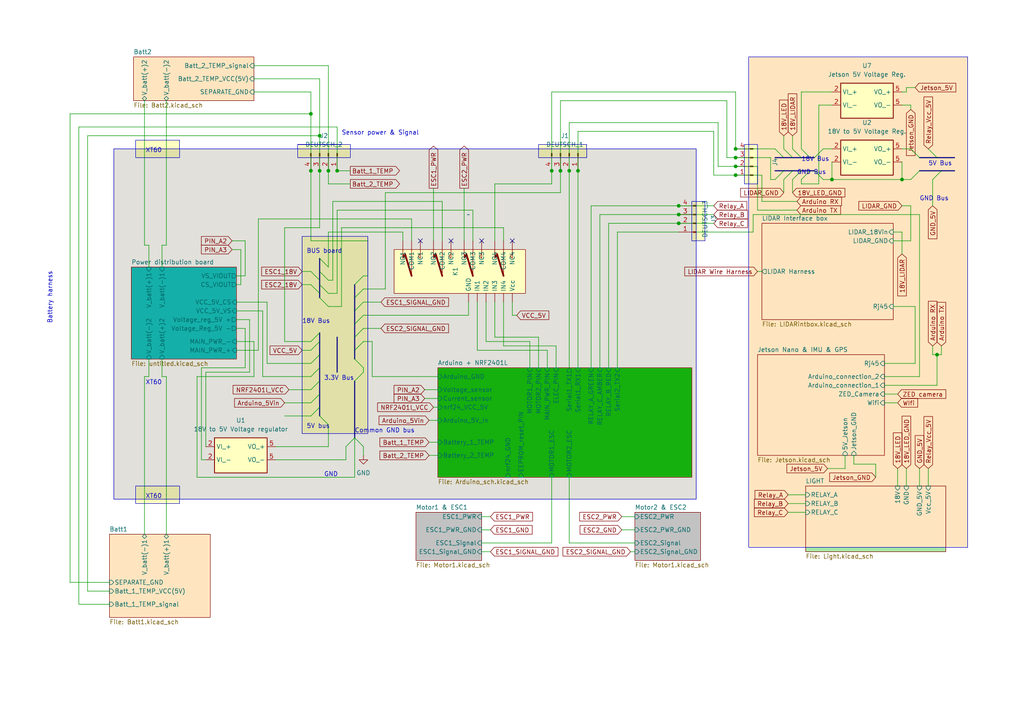
<source format=kicad_sch>
(kicad_sch (version 20230121) (generator eeschema)
  (paper "A4")
  (title_block (title "Strathvoyager Electrical & Components Drawing") (date "2023-08-12") (rev "1") (company "Marine Robotics Society, University of Strathclyde") (comment 1 "Drawn by: Panagiotis Louvros"))
  (lib_symbols
    (symbol "Conn_01x04_Pin_1" (pin_names (offset 1.016) hide)
      (property "Reference" "J2" (at -5.08 -1.27 90))
      (property "Value" "DEUTSCH_2" (at -2.54 -1.27 90))
      (symbol "Conn_01x04_Pin_1_1_1"
        (polyline (pts (xy 1.27 -5.08) (xy 0.8636 -5.08)) (stroke (width 0.1524)))
        (polyline (pts (xy 1.27 -2.54) (xy 0.8636 -2.54)) (stroke (width 0.1524)))
        (polyline (pts (xy 1.27 0) (xy 0.8636 0)) (stroke (width 0.1524)))
        (polyline (pts (xy 1.27 2.54) (xy 0.8636 2.54)) (stroke (width 0.1524)))
        (rectangle (start 0.8636 -4.953) (end 0 -5.207) (stroke (width 0.1524)) (fill (type outline)))
        (rectangle (start 0.8636 -2.413) (end 0 -2.667) (stroke (width 0.1524)) (fill (type outline)))
        (rectangle (start 0.8636 0.127) (end 0 -0.127) (stroke (width 0.1524)) (fill (type outline)))
        (rectangle (start 0.8636 2.667) (end 0 2.413) (stroke (width 0.1524)) (fill (type outline)))
        (pin bidirectional line (at 5.08 2.54 180) (length 3.81) (name "Pin_1") (number "1"))
        (pin bidirectional line (at 5.08 0 180) (length 3.81) (name "Pin_2") (number "2"))
        (pin bidirectional line (at 5.08 -2.54 180) (length 3.81) (name "Pin_3") (number "3"))
        (pin bidirectional line (at 5.08 -5.08 180) (length 3.81) (name "Pin_4") (number "4"))
      )
    )
    (symbol "Connector:Conn_01x04_Pin" (pin_names (offset 1.016) hide)
      (property "Reference" "J" (at 0 5.08 0))
      (property "Value" "Conn_01x04_Pin" (at 0 -7.62 0))
      (symbol "Conn_01x04_Pin_1_1"
        (polyline (pts (xy 1.27 -5.08) (xy 0.8636 -5.08)) (stroke (width 0.1524)))
        (polyline (pts (xy 1.27 -2.54) (xy 0.8636 -2.54)) (stroke (width 0.1524)))
        (polyline (pts (xy 1.27 0) (xy 0.8636 0)) (stroke (width 0.1524)))
        (polyline (pts (xy 1.27 2.54) (xy 0.8636 2.54)) (stroke (width 0.1524)))
        (rectangle (start 0.8636 -4.953) (end 0 -5.207) (stroke (width 0.1524)) (fill (type outline)))
        (rectangle (start 0.8636 -2.413) (end 0 -2.667) (stroke (width 0.1524)) (fill (type outline)))
        (rectangle (start 0.8636 0.127) (end 0 -0.127) (stroke (width 0.1524)) (fill (type outline)))
        (rectangle (start 0.8636 2.667) (end 0 2.413) (stroke (width 0.1524)) (fill (type outline)))
        (pin passive line (at 5.08 2.54 180) (length 3.81) (name "Pin_1") (number "1"))
        (pin passive line (at 5.08 0 180) (length 3.81) (name "Pin_2") (number "2"))
        (pin passive line (at 5.08 -2.54 180) (length 3.81) (name "Pin_3") (number "3"))
        (pin passive line (at 5.08 -5.08 180) (length 3.81) (name "Pin_4") (number "4"))
      )
    )
    (symbol "Converter_DCDC:PTN78000W_EUS-5"
      (property "Reference" "U4" (at 0 8.89 0))
      (property "Value" "PTN78000W_EUS-5" (at 0 6.35 0))
      (symbol "PTN78000W_EUS-5_0_1"
        (rectangle (start -7.62 5.08) (end 7.62 -5.08) (stroke (width 0.254)) (fill (type background)))
      )
      (symbol "PTN78000W_EUS-5_1_1"
        (pin power_in line (at -10.16 2.54 0) (length 2.54) (name "VI_+") (number "2"))
        (pin power_in line (at -10.16 -1.27 0) (length 2.54) (name "VI_-") (number "2"))
        (pin power_out line (at 10.16 2.54 180) (length 2.54) (name "VO_+") (number "5"))
        (pin power_out line (at 10.16 -1.27 180) (length 2.54) (name "VO_-") (number "5"))
      )
    )
    (symbol "MRSLIB:4way_Relay"
      (property "Reference" "K1" (at 0 -1.27 90))
      (property "Value" "~" (at 3.81 15.24 0))
      (symbol "4way_Relay_0_1"
        (polyline (pts (xy -12.7 -2.54) (xy -12.7 5.08)))
        (polyline (pts (xy -3.81 -2.54) (xy -3.81 5.08)))
        (polyline (pts (xy 5.08 -2.54) (xy 5.08 5.08)))
        (polyline (pts (xy 13.97 -2.54) (xy 13.97 5.08)))
      )
      (symbol "4way_Relay_1_1"
        (rectangle (start -17.78 5.08) (end 20.32 -7.62) (fill (type background)))
        (polyline (pts (xy -12.7 -2.54) (xy -14.605 3.81)) (stroke (width 0.508)))
        (polyline (pts (xy -3.81 -2.54) (xy -5.715 3.81)) (stroke (width 0.508)))
        (polyline (pts (xy 5.08 -2.54) (xy 3.175 3.81)) (stroke (width 0.508)))
        (polyline (pts (xy 13.97 -2.54) (xy 12.065 3.81)) (stroke (width 0.508)))
        (polyline (pts (xy -15.24 5.08) (xy -15.24 2.54) (xy -14.605 3.175) (xy -15.24 3.81)) (fill (type outline)))
        (polyline (pts (xy -10.16 5.08) (xy -10.16 2.54) (xy -10.795 3.175) (xy -10.16 3.81)))
        (polyline (pts (xy -6.35 5.08) (xy -6.35 2.54) (xy -5.715 3.175) (xy -6.35 3.81)) (fill (type outline)))
        (polyline (pts (xy -1.27 5.08) (xy -1.27 2.54) (xy -1.905 3.175) (xy -1.27 3.81)))
        (polyline (pts (xy 2.54 5.08) (xy 2.54 2.54) (xy 3.175 3.175) (xy 2.54 3.81)) (fill (type outline)))
        (polyline (pts (xy 7.62 5.08) (xy 7.62 2.54) (xy 6.985 3.175) (xy 7.62 3.81)))
        (polyline (pts (xy 11.43 5.08) (xy 11.43 2.54) (xy 12.065 3.175) (xy 11.43 3.81)) (fill (type outline)))
        (polyline (pts (xy 16.51 5.08) (xy 16.51 2.54) (xy 15.875 3.175) (xy 16.51 3.81)))
        (pin input line (at -12.7 7.62 270) (length 2.54) (name "COM1") (number ""))
        (pin input line (at -3.81 7.62 270) (length 2.54) (name "COM2") (number ""))
        (pin input line (at 5.08 7.62 270) (length 2.54) (name "COM3") (number ""))
        (pin input line (at 13.97 7.62 270) (length 2.54) (name "COM4") (number ""))
        (pin output line (at 3.81 -10.16 90) (length 2.54) (name "GND") (number ""))
        (pin input line (at 6.35 -10.16 90) (length 2.54) (name "IN1") (number ""))
        (pin input line (at 8.89 -10.16 90) (length 2.54) (name "IN2") (number ""))
        (pin input line (at 11.43 -10.16 90) (length 2.54) (name "IN3") (number ""))
        (pin input line (at 13.97 -10.16 90) (length 2.54) (name "IN4") (number ""))
        (pin output line (at -10.16 7.62 270) (length 2.54) (name "NC1") (number ""))
        (pin output line (at -1.27 7.62 270) (length 2.54) (name "NC2") (number ""))
        (pin output line (at 7.62 7.62 270) (length 2.54) (name "NC3") (number ""))
        (pin output line (at 16.51 7.62 270) (length 2.54) (name "NC4") (number ""))
        (pin output line (at -15.24 7.62 270) (length 2.54) (name "NO1") (number ""))
        (pin output line (at -6.35 7.62 270) (length 2.54) (name "NO2") (number ""))
        (pin output line (at 2.54 7.62 270) (length 2.54) (name "NO3") (number ""))
        (pin output line (at 11.43 7.62 270) (length 2.54) (name "NO4") (number ""))
        (pin input line (at 16.51 -10.16 90) (length 2.54) (name "Vcc") (number ""))
      )
    )
    (symbol "power:GND" (power) (pin_names (offset 0))
      (property "Value" "GND" (at 0 -3.81 0))
      (symbol "GND_0_1"
        (polyline (pts (xy 0 0) (xy 0 -1.27) (xy 1.27 -1.27) (xy 0 -2.54) (xy -1.27 -1.27) (xy 0 -1.27)))
      )
      (symbol "GND_1_1"
        (pin power_in line (at 0 0 270) (length 0) hide (name "GND") (number "1"))
      )
    )
  )
  (junction (at 97.79 49.53))
  (junction (at 92.71 49.53))
  (junction (at 167.64 49.53))
  (junction (at 196.85 59.69))
  (junction (at 213.36 50.8))
  (junction (at 213.36 43.18))
  (junction (at 196.85 64.77))
  (junction (at 162.56 49.53))
  (junction (at 165.1 49.53))
  (junction (at 160.02 49.53))
  (junction (at 92.71 39.37))
  (junction (at 213.36 45.72))
  (junction (at 241.3 52.07))
  (junction (at 90.17 33.02))
  (junction (at 213.36 48.26))
  (junction (at 271.78 102.87))
  (junction (at 196.85 62.23))
  (junction (at 95.25 49.53))
  (junction (at 261.62 52.07))
  (junction (at 90.17 49.53))
  (no_connect (at 139.7 69.85))
  (no_connect (at 148.59 69.85))
  (no_connect (at 121.92 69.85))
  (no_connect (at 130.81 69.85))
  (bus_entry (at 271.78 45.72) (size -2.54 -2.54))
  (bus_entry (at 102.87 93.98) (size 2.54 -2.54))
  (bus_entry (at 92.71 110.49) (size -2.54 2.54))
  (bus_entry (at 105.41 95.25) (size -2.54 2.54))
  (bus_entry (at 236.22 45.72) (size 2.54 -2.54))
  (bus_entry (at 92.71 102.87) (size -2.54 2.54))
  (bus_entry (at 92.71 114.3) (size -2.54 2.54))
  (bus_entry (at 92.71 81.28) (size -2.54 -2.54))
  (bus_entry (at 92.71 86.36) (size 2.54 2.54))
  (bus_entry (at 102.87 127) (size 2.54 2.54))
  (bus_entry (at 232.41 49.53) (size -2.54 2.54))
  (bus_entry (at 227.33 49.53) (size -2.54 2.54))
  (bus_entry (at 102.87 110.49) (size 2.54 -2.54))
  (bus_entry (at 266.7 49.53) (size -2.54 2.54))
  (bus_entry (at 92.71 96.52) (size -2.54 2.54))
  (bus_entry (at 236.22 49.53) (size 2.54 2.54))
  (bus_entry (at 270.51 52.07) (size 2.54 -2.54))
  (bus_entry (at 92.71 85.09) (size -2.54 -2.54))
  (bus_entry (at 232.41 45.72) (size -2.54 -2.54))
  (bus_entry (at 102.87 104.14) (size 2.54 2.54))
  (bus_entry (at 92.71 106.68) (size -2.54 2.54))
  (bus_entry (at 92.71 99.06) (size -2.54 2.54))
  (bus_entry (at 92.71 74.93) (size 2.54 2.54))
  (bus_entry (at 92.71 118.11) (size -2.54 2.54))
  (bus_entry (at 102.87 127) (size -2.54 2.54))
  (bus_entry (at 234.95 49.53) (size -2.54 2.54))
  (bus_entry (at 102.87 86.36) (size 2.54 -2.54))
  (bus_entry (at 92.71 78.74) (size 2.54 2.54))
  (bus_entry (at 266.7 45.72) (size -2.54 -2.54))
  (bus_entry (at 105.41 99.06) (size -2.54 2.54))
  (bus_entry (at 229.87 49.53) (size -2.54 2.54))
  (bus_entry (at 102.87 82.55) (size 2.54 -2.54))
  (bus_entry (at 92.71 120.65) (size 2.54 2.54))
  (bus_entry (at 227.33 45.72) (size -2.54 -2.54))
  (bus_entry (at 92.71 82.55) (size 2.54 2.54))
  (bus_entry (at 229.87 45.72) (size -2.54 -2.54))
  (bus_entry (at 234.95 45.72) (size -2.54 -2.54))
  (bus_entry (at 102.87 90.17) (size 2.54 -2.54))
  (wire (pts (xy 46.99 71.12) (xy 46.99 77.47)))
  (wire (pts (xy 138.43 101.6) (xy 138.43 87.63)))
  (wire (pts (xy 96.52 58.42) (xy 96.52 81.28)))
  (wire (pts (xy 228.6 146.05) (xy 233.68 146.05)))
  (bus (pts (xy 224.79 49.53) (xy 227.33 49.53)))
  (wire (pts (xy 245.11 132.08) (xy 245.11 135.89)))
  (wire (pts (xy 58.42 133.35) (xy 59.69 133.35)))
  (wire (pts (xy 74.93 63.5) (xy 119.38 63.5)))
  (wire (pts (xy 241.3 46.99) (xy 241.3 52.07)))
  (wire (pts (xy 208.28 35.56) (xy 208.28 48.26)))
  (wire (pts (xy 247.65 134.62) (xy 247.65 132.08)))
  (wire (pts (xy 99.06 88.9) (xy 95.25 88.9)))
  (wire (pts (xy 72.39 107.95) (xy 72.39 92.71)))
  (wire (pts (xy 232.41 53.34) (xy 237.49 53.34)))
  (wire (pts (xy 68.58 101.6) (xy 74.93 101.6)))
  (wire (pts (xy 179.07 67.31) (xy 196.85 67.31)))
  (wire (pts (xy 229.87 52.07) (xy 229.87 55.88)))
  (wire (pts (xy 162.56 55.88) (xy 162.56 49.53)))
  (bus (pts (xy 102.87 86.36) (xy 102.87 90.17)))
  (wire (pts (xy 196.85 62.23) (xy 173.99 62.23)))
  (wire (pts (xy 99.06 66.04) (xy 99.06 88.9)))
  (wire (pts (xy 69.85 72.39) (xy 67.31 72.39)))
  (wire (pts (xy 165.1 157.48) (xy 184.15 157.48)))
  (wire (pts (xy 95.25 67.31) (xy 95.25 77.47)))
  (wire (pts (xy 262.89 25.4) (xy 265.43 25.4)))
  (wire (pts (xy 107.95 99.06) (xy 105.41 99.06)))
  (wire (pts (xy 227.33 39.37) (xy 227.33 43.18)))
  (wire (pts (xy 105.41 106.68) (xy 105.41 107.95)))
  (bus (pts (xy 92.71 99.06) (xy 92.71 102.87)))
  (wire (pts (xy 97.79 85.09) (xy 95.25 85.09)))
  (wire (pts (xy 245.11 135.89) (xy 240.03 135.89)))
  (wire (pts (xy 107.95 109.22) (xy 107.95 99.06)))
  (wire (pts (xy 80.01 133.35) (xy 100.33 133.35)))
  (wire (pts (xy 139.7 149.86) (xy 142.24 149.86)))
  (wire (pts (xy 158.75 106.68) (xy 158.75 101.6)))
  (wire (pts (xy 232.41 52.07) (xy 232.41 53.34)))
  (wire (pts (xy 92.71 39.37) (xy 92.71 49.53)))
  (bus (pts (xy 234.95 49.53) (xy 236.22 49.53)))
  (wire (pts (xy 241.3 52.07) (xy 261.62 52.07)))
  (wire (pts (xy 262.89 26.67) (xy 262.89 25.4)))
  (wire (pts (xy 20.32 33.02) (xy 20.32 168.91)))
  (wire (pts (xy 238.76 43.18) (xy 241.3 43.18)))
  (wire (pts (xy 165.1 138.43) (xy 165.1 157.48)))
  (wire (pts (xy 71.12 80.01) (xy 68.58 80.01)))
  (wire (pts (xy 271.78 102.87) (xy 271.78 111.76)))
  (wire (pts (xy 167.64 38.1) (xy 207.01 38.1)))
  (wire (pts (xy 87.63 101.6) (xy 90.17 101.6)))
  (wire (pts (xy 134.62 54.61) (xy 134.62 69.85)))
  (wire (pts (xy 256.54 114.3) (xy 260.35 114.3)))
  (wire (pts (xy 139.7 160.02) (xy 142.24 160.02)))
  (wire (pts (xy 227.33 52.07) (xy 227.33 55.88)))
  (bus (pts (xy 92.71 85.09) (xy 92.71 86.36)))
  (wire (pts (xy 96.52 58.42) (xy 128.27 58.42)))
  (wire (pts (xy 219.71 60.96) (xy 231.14 60.96)))
  (wire (pts (xy 264.16 69.85) (xy 264.16 59.69)))
  (wire (pts (xy 264.16 59.69) (xy 261.62 59.69)))
  (wire (pts (xy 25.4 39.37) (xy 92.71 39.37)))
  (bus (pts (xy 102.87 97.79) (xy 102.87 101.6)))
  (bus (pts (xy 92.71 74.93) (xy 92.71 78.74)))
  (wire (pts (xy 95.25 53.34) (xy 101.6 53.34)))
  (wire (pts (xy 237.49 53.34) (xy 237.49 30.48)))
  (wire (pts (xy 101.6 49.53) (xy 97.79 49.53)))
  (bus (pts (xy 97.79 97.79) (xy 97.79 107.95)))
  (wire (pts (xy 25.4 171.45) (xy 31.75 171.45)))
  (wire (pts (xy 160.02 49.53) (xy 160.02 26.67)))
  (wire (pts (xy 143.51 53.34) (xy 143.51 69.85)))
  (wire (pts (xy 95.25 19.05) (xy 95.25 49.53)))
  (wire (pts (xy 77.47 87.63) (xy 68.58 87.63)))
  (wire (pts (xy 220.98 50.8) (xy 220.98 58.42)))
  (wire (pts (xy 48.26 109.22) (xy 46.99 109.22)))
  (wire (pts (xy 262.89 135.89) (xy 262.89 140.97)))
  (wire (pts (xy 146.05 69.85) (xy 146.05 66.04)))
  (bus (pts (xy 229.87 49.53) (xy 232.41 49.53)))
  (wire (pts (xy 220.98 58.42) (xy 231.14 58.42)))
  (wire (pts (xy 232.41 26.67) (xy 241.3 26.67)))
  (wire (pts (xy 105.41 95.25) (xy 110.49 95.25)))
  (wire (pts (xy 68.58 95.25) (xy 71.12 95.25)))
  (wire (pts (xy 269.24 135.89) (xy 269.24 140.97)))
  (wire (pts (xy 232.41 43.18) (xy 232.41 26.67)))
  (wire (pts (xy 167.64 49.53) (xy 167.64 38.1)))
  (wire (pts (xy 218.44 62.23) (xy 266.7 62.23)))
  (wire (pts (xy 57.15 109.22) (xy 57.15 138.43)))
  (wire (pts (xy 116.84 67.31) (xy 95.25 67.31)))
  (wire (pts (xy 261.62 26.67) (xy 262.89 26.67)))
  (polyline (pts (xy 93.98 41.91) (xy 99.06 41.91)))
  (wire (pts (xy 68.58 99.06) (xy 73.66 99.06)))
  (wire (pts (xy 171.45 106.68) (xy 171.45 59.69)))
  (wire (pts (xy 259.08 69.85) (xy 264.16 69.85)))
  (wire (pts (xy 71.12 69.85) (xy 71.12 80.01)))
  (wire (pts (xy 260.35 135.89) (xy 260.35 140.97)))
  (wire (pts (xy 160.02 26.67) (xy 213.36 26.67)))
  (bus (pts (xy 232.41 45.72) (xy 234.95 45.72)))
  (bus (pts (xy 92.71 114.3) (xy 92.71 118.11)))
  (wire (pts (xy 87.63 78.74) (xy 90.17 78.74)))
  (wire (pts (xy 256.54 105.41) (xy 265.43 105.41)))
  (wire (pts (xy 270.51 102.87) (xy 270.51 100.33)))
  (wire (pts (xy 90.17 69.85) (xy 106.68 69.85)))
  (wire (pts (xy 207.01 38.1) (xy 207.01 50.8)))
  (wire (pts (xy 182.88 160.02) (xy 184.15 160.02)))
  (wire (pts (xy 20.32 33.02) (xy 90.17 33.02)))
  (wire (pts (xy 219.71 48.26) (xy 219.71 60.96)))
  (bus (pts (xy 92.71 96.52) (xy 92.71 99.06)))
  (wire (pts (xy 213.36 43.18) (xy 224.79 43.18)))
  (wire (pts (xy 137.16 69.85) (xy 137.16 60.96)))
  (wire (pts (xy 180.34 153.67) (xy 184.15 153.67)))
  (wire (pts (xy 261.62 46.99) (xy 261.62 52.07)))
  (wire (pts (xy 223.52 52.07) (xy 223.52 45.72)))
  (wire (pts (xy 128.27 69.85) (xy 128.27 58.42)))
  (bus (pts (xy 227.33 45.72) (xy 229.87 45.72)))
  (wire (pts (xy 173.99 62.23) (xy 173.99 106.68)))
  (wire (pts (xy 90.17 49.53) (xy 90.17 69.85)))
  (wire (pts (xy 219.71 78.74) (xy 220.98 78.74)))
  (wire (pts (xy 213.36 50.8) (xy 220.98 50.8)))
  (wire (pts (xy 254 134.62) (xy 247.65 134.62)))
  (wire (pts (xy 271.78 102.87) (xy 273.05 102.87)))
  (bus (pts (xy 266.7 49.53) (xy 273.05 49.53)))
  (bus (pts (xy 273.05 49.53) (xy 276.86 49.53)))
  (wire (pts (xy 125.73 54.61) (xy 125.73 69.85)))
  (wire (pts (xy 264.16 30.48) (xy 264.16 31.75)))
  (wire (pts (xy 59.69 107.95) (xy 72.39 107.95)))
  (wire (pts (xy 160.02 157.48) (xy 139.7 157.48)))
  (wire (pts (xy 210.82 29.21) (xy 210.82 45.72)))
  (wire (pts (xy 165.1 49.53) (xy 165.1 106.68)))
  (wire (pts (xy 82.55 66.04) (xy 82.55 99.06)))
  (wire (pts (xy 180.34 149.86) (xy 184.15 149.86)))
  (wire (pts (xy 48.26 29.21) (xy 48.26 71.12)))
  (bus (pts (xy 102.87 110.49) (xy 102.87 127)))
  (wire (pts (xy 111.76 55.88) (xy 162.56 55.88)))
  (wire (pts (xy 111.76 83.82) (xy 111.76 55.88)))
  (wire (pts (xy 124.46 121.92) (xy 127 121.92)))
  (wire (pts (xy 59.69 129.54) (xy 59.69 107.95)))
  (wire (pts (xy 146.05 100.33) (xy 146.05 87.63)))
  (wire (pts (xy 73.66 19.05) (xy 95.25 19.05)))
  (wire (pts (xy 41.91 109.22) (xy 43.18 109.22)))
  (wire (pts (xy 123.19 115.57) (xy 127 115.57)))
  (wire (pts (xy 176.53 106.68) (xy 176.53 64.77)))
  (wire (pts (xy 196.85 59.69) (xy 207.01 59.69)))
  (wire (pts (xy 90.17 26.67) (xy 73.66 26.67)))
  (wire (pts (xy 162.56 29.21) (xy 210.82 29.21)))
  (wire (pts (xy 124.46 132.08) (xy 127 132.08)))
  (wire (pts (xy 161.29 106.68) (xy 161.29 100.33)))
  (wire (pts (xy 213.36 26.67) (xy 213.36 43.18)))
  (bus (pts (xy 92.71 110.49) (xy 92.71 114.3)))
  (bus (pts (xy 266.7 45.72) (xy 271.78 45.72)))
  (wire (pts (xy 92.71 66.04) (xy 82.55 66.04)))
  (wire (pts (xy 153.67 99.06) (xy 140.97 99.06)))
  (polyline (pts (xy 86.36 41.91) (xy 93.98 41.91)))
  (wire (pts (xy 137.16 60.96) (xy 97.79 60.96)))
  (wire (pts (xy 97.79 60.96) (xy 97.79 85.09)))
  (wire (pts (xy 256.54 116.84) (xy 260.35 116.84)))
  (wire (pts (xy 207.01 50.8) (xy 213.36 50.8)))
  (wire (pts (xy 92.71 49.53) (xy 92.71 66.04)))
  (wire (pts (xy 72.39 92.71) (xy 68.58 92.71)))
  (wire (pts (xy 41.91 29.21) (xy 41.91 71.12)))
  (wire (pts (xy 90.17 105.41) (xy 77.47 105.41)))
  (wire (pts (xy 218.44 67.31) (xy 218.44 62.23)))
  (wire (pts (xy 139.7 153.67) (xy 142.24 153.67)))
  (bus (pts (xy 102.87 101.6) (xy 102.87 104.14)))
  (bus (pts (xy 92.71 82.55) (xy 92.71 85.09)))
  (wire (pts (xy 106.68 69.85) (xy 106.68 80.01)))
  (wire (pts (xy 148.59 87.63) (xy 148.59 91.44)))
  (bus (pts (xy 92.71 78.74) (xy 92.71 81.28)))
  (wire (pts (xy 266.7 135.89) (xy 266.7 140.97)))
  (wire (pts (xy 57.15 138.43) (xy 102.87 138.43)))
  (wire (pts (xy 156.21 97.79) (xy 143.51 97.79)))
  (wire (pts (xy 228.6 148.59) (xy 233.68 148.59)))
  (bus (pts (xy 92.71 102.87) (xy 92.71 106.68)))
  (wire (pts (xy 261.62 30.48) (xy 264.16 30.48)))
  (wire (pts (xy 97.79 36.83) (xy 22.86 36.83)))
  (wire (pts (xy 105.41 129.54) (xy 105.41 132.08)))
  (wire (pts (xy 100.33 133.35) (xy 100.33 129.54)))
  (wire (pts (xy 90.17 33.02) (xy 90.17 26.67)))
  (bus (pts (xy 92.71 118.11) (xy 92.71 120.65)))
  (wire (pts (xy 171.45 59.69) (xy 196.85 59.69)))
  (wire (pts (xy 165.1 49.53) (xy 165.1 35.56)))
  (wire (pts (xy 43.18 109.22) (xy 43.18 104.14)))
  (wire (pts (xy 179.07 106.68) (xy 179.07 67.31)))
  (wire (pts (xy 146.05 66.04) (xy 99.06 66.04)))
  (wire (pts (xy 160.02 53.34) (xy 143.51 53.34)))
  (wire (pts (xy 196.85 62.23) (xy 207.01 62.23)))
  (wire (pts (xy 143.51 97.79) (xy 143.51 87.63)))
  (wire (pts (xy 123.19 113.03) (xy 127 113.03)))
  (wire (pts (xy 208.28 48.26) (xy 213.36 48.26)))
  (wire (pts (xy 140.97 99.06) (xy 140.97 87.63)))
  (wire (pts (xy 106.68 80.01) (xy 105.41 80.01)))
  (bus (pts (xy 102.87 82.55) (xy 102.87 86.36)))
  (wire (pts (xy 259.08 67.31) (xy 261.62 67.31)))
  (wire (pts (xy 82.55 99.06) (xy 90.17 99.06)))
  (wire (pts (xy 261.62 52.07) (xy 264.16 52.07)))
  (wire (pts (xy 266.7 62.23) (xy 266.7 109.22)))
  (wire (pts (xy 271.78 111.76) (xy 256.54 111.76)))
  (wire (pts (xy 105.41 91.44) (xy 135.89 91.44)))
  (wire (pts (xy 48.26 71.12) (xy 46.99 71.12)))
  (wire (pts (xy 237.49 30.48) (xy 241.3 30.48)))
  (wire (pts (xy 201.93 67.31) (xy 218.44 67.31)))
  (wire (pts (xy 76.2 90.17) (xy 68.58 90.17)))
  (bus (pts (xy 102.87 90.17) (xy 102.87 93.98)))
  (bus (pts (xy 232.41 49.53) (xy 234.95 49.53)))
  (bus (pts (xy 229.87 45.72) (xy 232.41 45.72)))
  (wire (pts (xy 82.55 120.65) (xy 90.17 120.65)))
  (wire (pts (xy 95.25 123.19) (xy 95.25 129.54)))
  (wire (pts (xy 95.25 53.34) (xy 95.25 49.53)))
  (wire (pts (xy 69.85 82.55) (xy 69.85 72.39)))
  (wire (pts (xy 213.36 48.26) (xy 219.71 48.26)))
  (wire (pts (xy 265.43 105.41) (xy 265.43 88.9)))
  (wire (pts (xy 149.86 91.44) (xy 148.59 91.44)))
  (wire (pts (xy 271.78 102.87) (xy 270.51 102.87)))
  (wire (pts (xy 92.71 22.86) (xy 92.71 39.37)))
  (wire (pts (xy 196.85 64.77) (xy 207.01 64.77)))
  (wire (pts (xy 125.73 118.11) (xy 127 118.11)))
  (wire (pts (xy 241.3 52.07) (xy 238.76 52.07)))
  (wire (pts (xy 107.95 109.22) (xy 127 109.22)))
  (wire (pts (xy 161.29 100.33) (xy 146.05 100.33)))
  (wire (pts (xy 266.7 109.22) (xy 256.54 109.22)))
  (wire (pts (xy 176.53 64.77) (xy 196.85 64.77)))
  (wire (pts (xy 213.36 45.72) (xy 223.52 45.72)))
  (wire (pts (xy 20.32 168.91) (xy 31.75 168.91)))
  (wire (pts (xy 116.84 69.85) (xy 116.84 67.31)))
  (wire (pts (xy 153.67 106.68) (xy 153.67 99.06)))
  (wire (pts (xy 156.21 106.68) (xy 156.21 97.79)))
  (wire (pts (xy 83.82 113.03) (xy 90.17 113.03)))
  (wire (pts (xy 160.02 138.43) (xy 160.02 157.48)))
  (wire (pts (xy 165.1 35.56) (xy 208.28 35.56)))
  (wire (pts (xy 167.64 49.53) (xy 167.64 106.68)))
  (bus (pts (xy 102.87 93.98) (xy 102.87 97.79)))
  (wire (pts (xy 228.6 143.51) (xy 233.68 143.51)))
  (wire (pts (xy 102.87 138.43) (xy 102.87 127)))
  (wire (pts (xy 76.2 109.22) (xy 76.2 90.17)))
  (wire (pts (xy 22.86 36.83) (xy 22.86 175.26)))
  (wire (pts (xy 105.41 83.82) (xy 111.76 83.82)))
  (wire (pts (xy 48.26 154.94) (xy 48.26 109.22)))
  (wire (pts (xy 68.58 82.55) (xy 69.85 82.55)))
  (wire (pts (xy 22.86 175.26) (xy 31.75 175.26)))
  (wire (pts (xy 58.42 106.68) (xy 58.42 133.35)))
  (wire (pts (xy 261.62 43.18) (xy 264.16 43.18)))
  (wire (pts (xy 71.12 106.68) (xy 58.42 106.68)))
  (wire (pts (xy 87.63 82.55) (xy 90.17 82.55)))
  (wire (pts (xy 71.12 95.25) (xy 71.12 106.68)))
  (wire (pts (xy 41.91 71.12) (xy 43.18 71.12)))
  (wire (pts (xy 160.02 49.53) (xy 160.02 53.34)))
  (wire (pts (xy 273.05 102.87) (xy 273.05 100.33)))
  (wire (pts (xy 25.4 39.37) (xy 25.4 171.45)))
  (wire (pts (xy 73.66 109.22) (xy 57.15 109.22)))
  (wire (pts (xy 97.79 49.53) (xy 97.79 36.83)))
  (wire (pts (xy 210.82 45.72) (xy 213.36 45.72)))
  (wire (pts (xy 90.17 33.02) (xy 90.17 49.53)))
  (wire (pts (xy 119.38 63.5) (xy 119.38 69.85)))
  (bus (pts (xy 271.78 45.72) (xy 276.86 45.72)))
  (wire (pts (xy 224.79 52.07) (xy 223.52 52.07)))
  (wire (pts (xy 43.18 71.12) (xy 43.18 77.47)))
  (wire (pts (xy 124.46 128.27) (xy 127 128.27)))
  (wire (pts (xy 74.93 101.6) (xy 74.93 63.5)))
  (wire (pts (xy 96.52 81.28) (xy 95.25 81.28)))
  (wire (pts (xy 158.75 101.6) (xy 138.43 101.6)))
  (wire (pts (xy 261.62 67.31) (xy 261.62 73.66)))
  (wire (pts (xy 162.56 49.53) (xy 162.56 29.21)))
  (wire (pts (xy 92.71 22.86) (xy 73.66 22.86)))
  (bus (pts (xy 234.95 45.72) (xy 236.22 45.72)))
  (wire (pts (xy 259.08 88.9) (xy 265.43 88.9)))
  (wire (pts (xy 229.87 39.37) (xy 229.87 43.18)))
  (wire (pts (xy 95.25 129.54) (xy 80.01 129.54)))
  (wire (pts (xy 67.31 69.85) (xy 71.12 69.85)))
  (bus (pts (xy 224.79 45.72) (xy 227.33 45.72)))
  (wire (pts (xy 41.91 109.22) (xy 41.91 154.94)))
  (bus (pts (xy 92.71 81.28) (xy 92.71 82.55)))
  (wire (pts (xy 77.47 105.41) (xy 77.47 87.63)))
  (wire (pts (xy 46.99 109.22) (xy 46.99 104.14)))
  (wire (pts (xy 254 138.43) (xy 254 134.62)))
  (wire (pts (xy 135.89 87.63) (xy 135.89 91.44)))
  (wire (pts (xy 90.17 109.22) (xy 76.2 109.22)))
  (wire (pts (xy 82.55 116.84) (xy 90.17 116.84)))
  (wire (pts (xy 105.41 87.63) (xy 110.49 87.63)))
  (bus (pts (xy 227.33 49.53) (xy 229.87 49.53)))
  (wire (pts (xy 270.51 52.07) (xy 270.51 59.69)))
  (wire (pts (xy 73.66 99.06) (xy 73.66 109.22)))
  (bus (pts (xy 92.71 106.68) (xy 92.71 110.49)))
  (rectangle (start 215.9 41.91) (end 219.71 53.34) (fill (type color) (color 255 255 194 1)))
  (rectangle (start 200.66 58.42) (end 204.47 69.85) (fill (type color) (color 255 255 194 1)))
  (rectangle (start 156.21 41.91) (end 170.18 45.72) (fill (type color) (color 255 255 194 1)))
  (rectangle (start 33.02 43.18) (end 201.93 144.78) (fill (type color) (color 106 103 72 0.2)))
  (rectangle (start 87.63 68.58) (end 106.68 125.73) (fill (type color) (color 255 255 194 1)))
  (rectangle (start 48.26 143.51) (end 48.26 143.51))
  (rectangle (start 39.37 140.97) (end 52.07 146.05) (fill (type color) (color 255 255 194 1)))
  (rectangle (start 217.17 16.51) (end 280.67 158.75) (fill (type color) (color 255 229 191 1)))
  (rectangle (start 86.36 41.91) (end 101.6 45.72) (fill (type color) (color 255 255 194 1)))
  (rectangle (start 39.37 40.64) (end 52.07 45.72) (fill (type color) (color 255 255 194 1)))
  (text "GND Bus\n" (at 231.14 50.8 0) (effects (font (size 1.27 1.27)) (justify left bottom)))
  (text "GND Bus\n" (at 266.7 58.42 0) (effects (font (size 1.27 1.27)) (justify left bottom)))
  (text "18V Bus\n" (at 232.41 46.99 0) (effects (font (size 1.27 1.27)) (justify left bottom)))
  (text "XT60" (at 46.99 111.76 0) (effects (font (size 1.27 1.27)) (justify right bottom)))
  (text "XT60" (at 46.99 144.78 0) (effects (font (size 1.27 1.27)) (justify right bottom)))
  (text "Common GND bus\n" (at 102.87 125.73 0) (effects (font (size 1.27 1.27)) (justify left bottom)))
  (text "Sensor power & Signal\n" (at 99.06 39.37 0) (effects (font (size 1.27 1.27)) (justify left bottom)))
  (text "5V Bus\n" (at 269.24 48.26 0) (effects (font (size 1.27 1.27)) (justify left bottom)))
  (text "BUS board" (at 88.9 73.66 0) (effects (font (size 1.27 1.27)) (justify left bottom)))
  (text "XT60" (at 46.99 44.45 0) (effects (font (size 1.27 1.27)) (justify right bottom)))
  (text "18V Bus\n" (at 87.63 93.98 0) (effects (font (size 1.27 1.27)) (justify left bottom)))
  (text "GND\n" (at 93.98 138.43 0) (effects (font (size 1.27 1.27)) (justify left bottom)))
  (text "5V bus" (at 88.9 124.46 0) (effects (font (size 1.27 1.27)) (justify left bottom)))
  (text "3.3V Bus" (at 93.98 110.49 0) (effects (font (size 1.27 1.27)) (justify left bottom)))
  (text "Battery harness\n" (at 15.24 93.98 90) (effects (font (size 1.27 1.27)) (justify left bottom)))
  (global_label "ESC2_SIGNAL_GND" (shape input) (at 110.49 95.25 0) (property "Intersheetrefs" "${INTERSHEET_REFS}" (effects hide)))
  (global_label "Relay_Vcc_5V" (shape input) (at 269.24 43.18 90) (property "Intersheetrefs" "${INTERSHEET_REFS}" (effects hide)))
  (global_label "PIN_A2" (shape input) (at 67.31 69.85 180) (property "Intersheetrefs" "${INTERSHEET_REFS}" (effects hide)))
  (global_label "ESC1_PWR" (shape input) (at 142.24 149.86 0) (property "Intersheetrefs" "${INTERSHEET_REFS}" (effects hide)))
  (global_label "Jetson_5V" (shape input) (at 240.03 135.89 180) (property "Intersheetrefs" "${INTERSHEET_REFS}" (effects hide)))
  (global_label "Arduino TX" (shape input) (at 273.05 100.33 90) (property "Intersheetrefs" "${INTERSHEET_REFS}" (effects hide)))
  (global_label "PIN_A3" (shape input) (at 67.31 72.39 180) (property "Intersheetrefs" "${INTERSHEET_REFS}" (effects hide)))
  (global_label "18V_LED" (shape input) (at 260.35 135.89 90) (property "Intersheetrefs" "${INTERSHEET_REFS}" (effects hide)))
  (global_label "Batt_1_TEMP" (shape input) (at 124.46 128.27 180) (property "Intersheetrefs" "${INTERSHEET_REFS}" (effects hide)))
  (global_label "Relay_C" (shape input) (at 207.01 64.77 0) (property "Intersheetrefs" "${INTERSHEET_REFS}" (effects hide)))
  (global_label "Jetson_GND" (shape input) (at 254 138.43 180) (property "Intersheetrefs" "${INTERSHEET_REFS}" (effects hide)))
  (global_label "Relay_B" (shape input) (at 207.01 62.23 0) (property "Intersheetrefs" "${INTERSHEET_REFS}" (effects hide)))
  (global_label "18V_LED" (shape input) (at 227.33 39.37 90) (property "Intersheetrefs" "${INTERSHEET_REFS}" (effects hide)))
  (global_label "Relay_A" (shape input) (at 228.6 143.51 180) (property "Intersheetrefs" "${INTERSHEET_REFS}" (effects hide)))
  (global_label "ESC2_PWR" (shape input) (at 180.34 149.86 180) (property "Intersheetrefs" "${INTERSHEET_REFS}" (effects hide)))
  (global_label "WIfi" (shape input) (at 260.35 116.84 0) (property "Intersheetrefs" "${INTERSHEET_REFS}" (effects hide)))
  (global_label "ESC1_PWR" (shape output) (at 125.73 54.61 90) (property "Intersheetrefs" "${INTERSHEET_REFS}" (effects hide)))
  (global_label "Batt_1_TEMP" (shape output) (at 101.6 49.53 0) (property "Intersheetrefs" "${INTERSHEET_REFS}" (effects hide)))
  (global_label "Relay_A" (shape input) (at 207.01 59.69 0) (property "Intersheetrefs" "${INTERSHEET_REFS}" (effects hide)))
  (global_label "NRF2401l_VCC" (shape input) (at 125.73 118.11 180) (property "Intersheetrefs" "${INTERSHEET_REFS}" (effects hide)))
  (global_label "LIDAR_GND" (shape input) (at 261.62 59.69 180) (property "Intersheetrefs" "${INTERSHEET_REFS}" (effects hide)))
  (global_label "VCC_5V" (shape input) (at 149.86 91.44 0) (property "Intersheetrefs" "${INTERSHEET_REFS}" (effects hide)))
  (global_label "18V_LED_GND" (shape input) (at 229.87 55.88 0) (property "Intersheetrefs" "${INTERSHEET_REFS}" (effects hide)))
  (global_label "Arduino RX" (shape input) (at 270.51 100.33 90) (property "Intersheetrefs" "${INTERSHEET_REFS}" (effects hide)))
  (global_label "Relay_Vcc_5V" (shape input) (at 269.24 135.89 90) (property "Intersheetrefs" "${INTERSHEET_REFS}" (effects hide)))
  (global_label "ZED camera" (shape input) (at 260.35 114.3 0) (property "Intersheetrefs" "${INTERSHEET_REFS}" (effects hide)))
  (global_label "18V_LIDAR" (shape input) (at 229.87 39.37 90) (property "Intersheetrefs" "${INTERSHEET_REFS}" (effects hide)))
  (global_label "LIDAR_GND" (shape input) (at 227.33 55.88 180) (property "Intersheetrefs" "${INTERSHEET_REFS}" (effects hide)))
  (global_label "ESC1_GND" (shape input) (at 142.24 153.67 0) (property "Intersheetrefs" "${INTERSHEET_REFS}" (effects hide)))
  (global_label "GND_5V" (shape input) (at 270.51 59.69 270) (property "Intersheetrefs" "${INTERSHEET_REFS}" (effects hide)))
  (global_label "Arduino TX" (shape input) (at 231.14 60.96 0) (property "Intersheetrefs" "${INTERSHEET_REFS}" (effects hide)))
  (global_label "18V_LED_GND" (shape input) (at 262.89 135.89 90) (property "Intersheetrefs" "${INTERSHEET_REFS}" (effects hide)))
  (global_label "PIN_A2" (shape input) (at 123.19 113.03 180) (property "Intersheetrefs" "${INTERSHEET_REFS}" (effects hide)))
  (global_label "ESC2_18V" (shape input) (at 87.63 82.55 180) (property "Intersheetrefs" "${INTERSHEET_REFS}" (effects hide)))
  (global_label "Batt_2_TEMP" (shape input) (at 124.46 132.08 180) (property "Intersheetrefs" "${INTERSHEET_REFS}" (effects hide)))
  (global_label "ESC1_SIGNAL_GND" (shape input) (at 142.24 160.02 0) (property "Intersheetrefs" "${INTERSHEET_REFS}" (effects hide)))
  (global_label "ESC2_SIGNAL_GND" (shape input) (at 182.88 160.02 180) (property "Intersheetrefs" "${INTERSHEET_REFS}" (effects hide)))
  (global_label "NRF2401l_VCC" (shape input) (at 83.82 113.03 180) (property "Intersheetrefs" "${INTERSHEET_REFS}" (effects hide)))
  (global_label "ESC2_GND" (shape input) (at 180.34 153.67 180) (property "Intersheetrefs" "${INTERSHEET_REFS}" (effects hide)))
  (global_label "ESC2_PWR" (shape output) (at 134.62 54.61 90) (property "Intersheetrefs" "${INTERSHEET_REFS}" (effects hide)))
  (global_label "VCC_5V" (shape input) (at 87.63 101.6 180) (property "Intersheetrefs" "${INTERSHEET_REFS}" (effects hide)))
  (global_label "Arduino_5Vin" (shape input) (at 82.55 116.84 180) (property "Intersheetrefs" "${INTERSHEET_REFS}" (effects hide)))
  (global_label "Arduino RX" (shape input) (at 231.14 58.42 0) (property "Intersheetrefs" "${INTERSHEET_REFS}" (effects hide)))
  (global_label "GND_5V" (shape input) (at 266.7 135.89 90) (property "Intersheetrefs" "${INTERSHEET_REFS}" (effects hide)))
  (global_label "18V_LIDAR" (shape input) (at 261.62 73.66 270) (property "Intersheetrefs" "${INTERSHEET_REFS}" (effects hide)))
  (global_label "Jetson_GND" (shape input) (at 264.16 31.75 270) (property "Intersheetrefs" "${INTERSHEET_REFS}" (effects hide)))
  (global_label "Arduino_5Vin" (shape input) (at 124.46 121.92 180) (property "Intersheetrefs" "${INTERSHEET_REFS}" (effects hide)))
  (global_label "Relay_B" (shape input) (at 228.6 146.05 180) (property "Intersheetrefs" "${INTERSHEET_REFS}" (effects hide)))
  (global_label "PIN_A3" (shape input) (at 123.19 115.57 180) (property "Intersheetrefs" "${INTERSHEET_REFS}" (effects hide)))
  (global_label "Relay_C" (shape input) (at 228.6 148.59 180) (property "Intersheetrefs" "${INTERSHEET_REFS}" (effects hide)))
  (global_label "ESC1_18V" (shape input) (at 87.63 78.74 180) (property "Intersheetrefs" "${INTERSHEET_REFS}" (effects hide)))
  (global_label "ESC1_SIGNAL_GND" (shape input) (at 110.49 87.63 0) (property "Intersheetrefs" "${INTERSHEET_REFS}" (effects hide)))
  (global_label "Batt_2_TEMP" (shape output) (at 101.6 53.34 0) (property "Intersheetrefs" "${INTERSHEET_REFS}" (effects hide)))
  (global_label "LIDAR Wire Harness" (shape input) (at 219.71 78.74 180) (property "Intersheetrefs" "${INTERSHEET_REFS}" (effects hide)))
  (global_label "Jetson_5V" (shape input) (at 265.43 25.4 0) (property "Intersheetrefs" "${INTERSHEET_REFS}" (effects hide)))
  (symbol (lib_name "Conn_01x04_Pin_1") (lib_id "Connector:Conn_01x04_Pin") (at 201.93 64.77 180) (unit 1)
    (property "Reference" "J3" (at 207.01 63.5 90))
    (property "Value" "DEUTSCH_3" (at 204.47 63.5 90))
  )
  (symbol (lib_name "Conn_01x04_Pin_1") (lib_id "Connector:Conn_01x04_Pin") (at 95.25 44.45 270) (unit 1)
    (property "Reference" "J2" (at 93.98 39.37 90))
    (property "Value" "DEUTSCH_2" (at 93.98 41.91 90))
  )
  (symbol (lib_id "Converter_DCDC:PTN78000W_EUS-5") (at 251.46 45.72 0) (unit 1)
    (property "Reference" "U2" (at 251.46 35.56 0))
    (property "Value" "18V to 5V Voltage Reg." (at 251.46 38.1 0))
    (property "Footprint" "Module:Texas_EUS_R-PDSS-T5_THT" (effects hide))
    (property "Datasheet" "https://www.ti.com/lit/ds/symlink/ptn78000w.pdf" (effects hide))
  )
  (symbol (lib_id "Connector:Conn_01x04_Pin") (at 165.1 44.45 270) (unit 1)
    (property "Reference" "J1" (at 163.83 39.37 90))
    (property "Value" "DEUTSCH_1" (at 163.83 41.91 90))
  )
  (symbol (lib_id "Converter_DCDC:PTN78000W_EUS-5") (at 251.46 29.21 0) (unit 1)
    (property "Reference" "U7" (at 251.46 19.05 0))
    (property "Value" "Jetson 5V Voltage Reg." (at 251.46 21.59 0))
    (property "Footprint" "Module:Texas_EUS_R-PDSS-T5_THT" (effects hide))
    (property "Datasheet" "https://www.ti.com/lit/ds/symlink/ptn78000w.pdf" (effects hide))
  )
  (symbol (lib_id "power:GND") (at 105.41 132.08 0) (unit 1)
    (property "Reference" "#PWR03" (effects hide))
    (property "Value" "GND" (at 105.41 137.16 0))
  )
  (symbol (lib_id "MRSLIB:4way_Relay") (at 132.08 77.47 0) (unit 1)
    (property "Reference" "K1" (at 132.08 78.74 90))
    (property "Value" "~" (at 135.89 62.23 0))
  )
  (symbol (lib_name "Conn_01x04_Pin_1") (lib_id "Connector:Conn_01x04_Pin") (at 218.44 48.26 180) (unit 1)
    (property "Reference" "J4" (at 224.79 46.99 90))
    (property "Value" "DEUTSCH_3" (effects hide))
  )
  (symbol (lib_id "Converter_DCDC:PTN78000W_EUS-5") (at 69.85 132.08 0) (unit 1)
    (property "Reference" "U1" (at 69.85 121.92 0))
    (property "Value" "18V to 5V Voltage regulator" (at 69.85 124.46 0))
    (property "Footprint" "Module:Texas_EUS_R-PDSS-T5_THT" (effects hide))
    (property "Datasheet" "https://www.ti.com/lit/ds/symlink/ptn78000w.pdf" (effects hide))
  )
  (sheet (at 120.65 148.59) (size 19.05 13.97) (stroke (width 0.1524)) (fill (color 194 194 194 1.0000))
    (property "Sheetname" "Motor1 & ESC1" (at 120.65 147.8784 0) (effects (justify left bottom)))
    (property "Sheetfile" "Motor1.kicad_sch" (at 120.65 163.1446 0) (effects (justify left top)))
    (pin "ESC1_PWR" input (at 139.7 149.86 0))
    (pin "ESC1_PWR_GND" input (at 139.7 153.67 0))
    (pin "ESC1_Signal" input (at 139.7 157.48 0))
    (pin "ESC1_Signal_GND" input (at 139.7 160.02 0))
  )
  (sheet (at 38.1 77.47) (size 30.48 26.67) (stroke (width 0.1524)) (fill (color 0 194 194 1.0000))
    (property "Sheetname" "Power distribution board" (at 38.1 76.7584 0) (effects (justify left bottom)))
    (property "Sheetfile" "untitled.kicad_sch" (at 38.1 104.7246 0) (effects (justify left top)))
    (pin "VS_VIOUT" output (at 68.58 80.01 0))
    (pin "VCC_5V_CS" input (at 68.58 87.63 0))
    (pin "VCC_5V_VS" input (at 68.58 90.17 0))
    (pin "MAIN_PWR_-" input (at 68.58 99.06 0))
    (pin "Voltage_reg_5V +" output (at 68.58 92.71 0))
    (pin "Voltage_Reg_5V -" output (at 68.58 95.25 0))
    (pin "MAIN_PWR_+" input (at 68.58 101.6 0))
    (pin "V_batt(-)2" input (at 43.18 104.14 270))
    (pin "CS_VIOUT" output (at 68.58 82.55 0))
    (pin "V_batt(+)2" input (at 46.99 104.14 270))
    (pin "V_batt(-)1" input (at 46.99 77.47 90))
    (pin "V_batt(+)1" input (at 43.18 77.47 90))
  )
  (sheet (at 184.15 148.59) (size 19.05 13.97) (stroke (width 0.1524)) (fill (color 194 194 194 1.0000))
    (property "Sheetname" "Motor2 & ESC2" (at 184.15 147.8784 0) (effects (justify left bottom)))
    (property "Sheetfile" "Motor1.kicad_sch" (at 184.15 163.1446 0) (effects (justify left top)))
    (pin "ESC2_Signal" input (at 184.15 157.48 180))
    (pin "ESC2_PWR_GND" input (at 184.15 153.67 180))
    (pin "ESC2_PWR" input (at 184.15 149.86 180))
    (pin "ESC2_Signal_GND" input (at 184.15 160.02 180))
  )
  (sheet (at 220.98 64.77) (size 38.1 27.94) (stroke (width 0.1524)) (fill (color 132 132 0 0.4000))
    (property "Sheetname" "LIDAR Interface box" (at 220.98 64.0584 0) (effects (justify left bottom)))
    (property "Sheetfile" "LIDARintbox.kicad_sch" (at 220.98 93.2946 0) (effects (justify left top)))
    (pin "Rj45" input (at 259.08 88.9 0))
    (pin "LIDAR_GND" input (at 259.08 69.85 0))
    (pin "LIDAR_18Vin" input (at 259.08 67.31 0))
    (pin "LIDAR Harness" output (at 220.98 78.74 180))
  )
  (sheet (at 127 106.68) (size 73.66 31.75) (stroke (width 0.1524)) (fill (color 0 194 0 1.0000))
    (property "Sheetname" "Arduino + NRF2401L" (at 127 105.9684 0) (effects (justify left bottom)))
    (property "Sheetfile" "Arduino_sch.kicad_sch" (at 127 139.0146 0) (effects (justify left top)))
    (pin "Arduino_GND" input (at 127 109.22 180))
    (pin "Voltage_sensor" input (at 127 113.03 180))
    (pin "Current_sensor" input (at 127 115.57 180))
    (pin "ELEC_PIN" input (at 161.29 106.68 90))
    (pin "nrf24_VCC_5V" input (at 127 118.11 180))
    (pin "MAIN_PWR_PIN" input (at 158.75 106.68 90))
    (pin "MOTOR2_PIN" input (at 156.21 106.68 90))
    (pin "MOTOR1_PIN" input (at 153.67 106.68 90))
    (pin "Serial1_TX1" output (at 165.1 106.68 90))
    (pin "Serial1_RX1" input (at 167.64 106.68 90))
    (pin "Battery_1_TEMP" input (at 127 128.27 180))
    (pin "Battery_2_TEMP" input (at 127 132.08 180))
    (pin "RELAY_C_AMBER" input (at 173.99 106.68 90))
    (pin "RELAY_B_RED" input (at 176.53 106.68 90))
    (pin "RELAY_A_GREEN" input (at 171.45 106.68 90))
    (pin "Serial2_TX2" input (at 179.07 106.68 90))
    (pin "EEPROM_reset_PIN" input (at 151.13 138.43 270))
    (pin "nrf24_GND" input (at 147.32 138.43 270))
    (pin "Arduino_5V_in" input (at 127 121.92 180))
    (pin "MOTOR2_ESC" input (at 165.1 138.43 270))
    (pin "MOTOR1_ESC" input (at 160.02 138.43 270))
  )
  (sheet (at 38.735 16.51) (size 34.925 12.7) (stroke (width 0.1524)) (fill (color 255 229 191 1.0000))
    (property "Sheetname" "Batt2" (at 38.735 15.7984 0) (effects (justify left bottom)))
    (property "Sheetfile" "Batt2.kicad_sch" (at 38.735 29.7946 0) (effects (justify left top)))
    (pin "V_batt(+)2" bidirectional (at 41.91 29.21 270))
    (pin "Batt_2_TEMP_signal" input (at 73.66 19.05 0))
    (pin "V_batt(-)2" bidirectional (at 48.26 29.21 270))
    (pin "Batt_2_TEMP_VCC(5V)" input (at 73.66 22.86 0))
    (pin "SEPARATE_GND" input (at 73.66 26.67 0))
  )
  (sheet (at 219.71 102.87) (size 36.83 29.21) (stroke (width 0.1524)) (fill (color 194 0 194 0.4000))
    (property "Sheetname" "Jetson Nano & IMU & GPS" (at 219.71 102.1584 0) (effects (justify left bottom)))
    (property "Sheetfile" "Jetson.kicad_sch" (at 219.71 132.6646 0) (effects (justify left top)))
    (pin "Rj45" input (at 256.54 105.41 0))
    (pin "Arduino_connection_2" input (at 256.54 109.22 0))
    (pin "Arduino_connection_1" input (at 256.54 111.76 0))
    (pin "ZED_Camera" input (at 256.54 114.3 0))
    (pin "Wifi" input (at 256.54 116.84 0))
    (pin "5V_Jetson" input (at 245.11 132.08 270))
    (pin "Jetson_GND" input (at 247.65 132.08 270))
  )
  (sheet (at 233.68 140.97) (size 40.64 19.05) (stroke (width 0.1524)) (fill (color 0 194 0 0.3600))
    (property "Sheetname" "LIGHT " (at 233.68 140.2584 0) (effects (justify left bottom)))
    (property "Sheetfile" "Light.kicad_sch" (at 233.68 160.6046 0) (effects (justify left top)))
    (pin "RELAY_A" input (at 233.68 143.51 180))
    (pin "RELAY_B" input (at 233.68 146.05 180))
    (pin "RELAY_C" input (at 233.68 148.59 180))
    (pin "Vcc_5V" input (at 269.24 140.97 90))
    (pin "GND" input (at 262.89 140.97 90))
    (pin "18V" input (at 260.35 140.97 90))
    (pin "GND_5V" input (at 266.7 140.97 90))
  )
  (sheet (at 31.75 154.94) (size 29.21 24.13) (stroke (width 0.1524)) (fill (color 255 229 191 1.0000))
    (property "Sheetname" "Batt1" (at 31.75 154.2284 0) (effects (justify left bottom)))
    (property "Sheetfile" "Batt1.kicad_sch" (at 31.75 179.6546 0) (effects (justify left top)))
    (pin "Batt_1_TEMP_VCC(5V)" input (at 31.75 171.45 180))
    (pin "V_batt(+)1" bidirectional (at 48.26 154.94 90))
    (pin "V_batt(-)1" bidirectional (at 41.91 154.94 90))
    (pin "Batt_1_TEMP_signal" input (at 31.75 175.26 180))
    (pin "SEPARATE_GND" input (at 31.75 168.91 180))
  )
)
</source>
